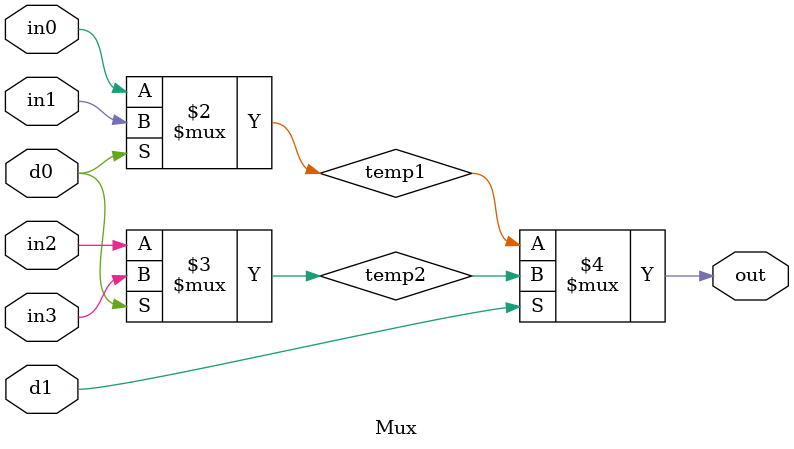
<source format=v>
`timescale 1ns / 1ps
module Mux(
    input in0,
    input in1,
    input in2,
    input in3,
    input d0,
    input d1,
    output reg out
    );
	 
	 reg temp1, temp2;
   
    always@(in0 or in1 or in2 or in3 or d0 or d1)
      begin
        temp1 = d0?in1:in0;
        temp2 = d0?in3:in2;
        out =  d1?temp2:temp1;     
      end
		
endmodule

</source>
